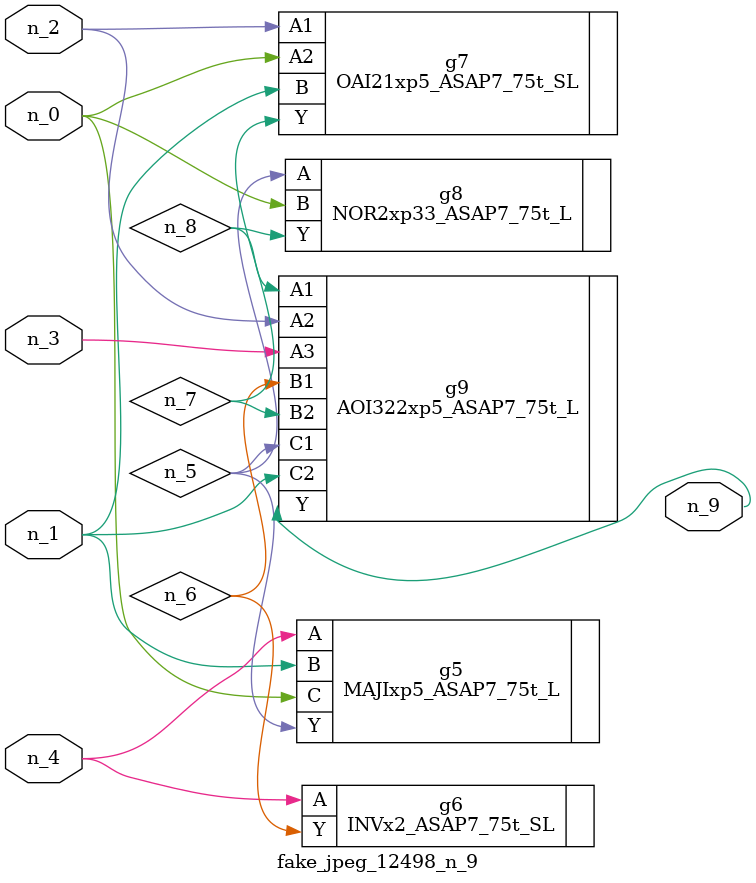
<source format=v>
module fake_jpeg_12498_n_9 (n_3, n_2, n_1, n_0, n_4, n_9);

input n_3;
input n_2;
input n_1;
input n_0;
input n_4;

output n_9;

wire n_8;
wire n_6;
wire n_5;
wire n_7;

MAJIxp5_ASAP7_75t_L g5 ( 
.A(n_4),
.B(n_1),
.C(n_0),
.Y(n_5)
);

INVx2_ASAP7_75t_SL g6 ( 
.A(n_4),
.Y(n_6)
);

OAI21xp5_ASAP7_75t_SL g7 ( 
.A1(n_2),
.A2(n_0),
.B(n_1),
.Y(n_7)
);

NOR2xp33_ASAP7_75t_L g8 ( 
.A(n_5),
.B(n_0),
.Y(n_8)
);

AOI322xp5_ASAP7_75t_L g9 ( 
.A1(n_8),
.A2(n_2),
.A3(n_3),
.B1(n_6),
.B2(n_7),
.C1(n_5),
.C2(n_1),
.Y(n_9)
);


endmodule
</source>
